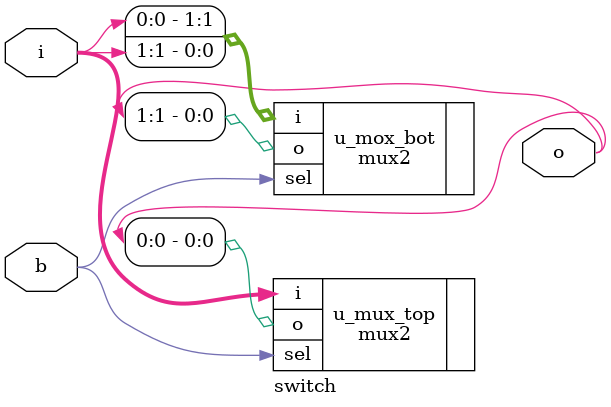
<source format=sv>
module switch
(
    input  [1:0] i,
    input        b,
    output [1:0] o
);

mux2 u_mux_top(.i(i), .sel(b), .o(o[0]));
mux2 u_mox_bot(.i({i[0], i[1]}), .sel(b), .o(o[1]));


endmodule : switch

</source>
